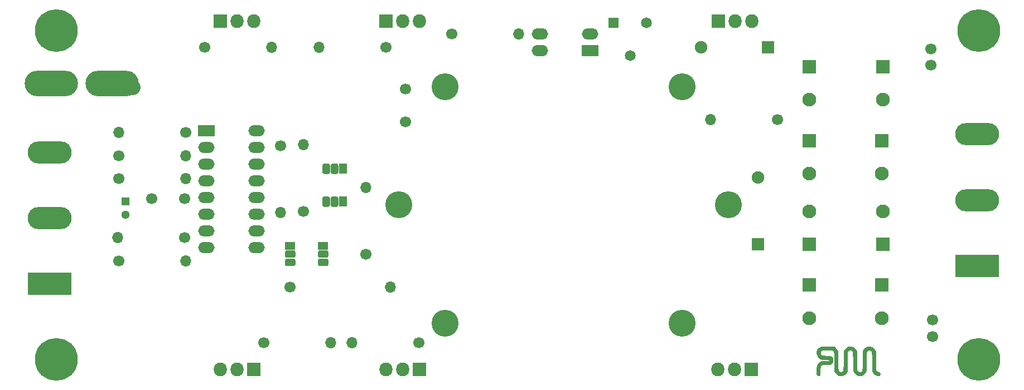
<source format=gbr>
%TF.GenerationSoftware,KiCad,Pcbnew,(5.1.6)-1*%
%TF.CreationDate,2020-12-26T12:13:23-05:00*%
%TF.ProjectId,fuente_smps_250w,6675656e-7465-45f7-936d-70735f323530,rev?*%
%TF.SameCoordinates,Original*%
%TF.FileFunction,Soldermask,Bot*%
%TF.FilePolarity,Negative*%
%FSLAX46Y46*%
G04 Gerber Fmt 4.6, Leading zero omitted, Abs format (unit mm)*
G04 Created by KiCad (PCBNEW (5.1.6)-1) date 2020-12-26 12:13:23*
%MOMM*%
%LPD*%
G01*
G04 APERTURE LIST*
%ADD10C,2.400000*%
%ADD11C,0.010000*%
%ADD12C,1.650000*%
%ADD13R,1.650000X1.650000*%
%ADD14O,2.500000X1.700000*%
%ADD15R,2.500000X1.700000*%
%ADD16O,1.700000X1.700000*%
%ADD17C,1.700000*%
%ADD18O,2.005000X2.100000*%
%ADD19R,2.005000X2.100000*%
%ADD20O,1.900000X1.900000*%
%ADD21R,1.900000X1.900000*%
%ADD22C,2.100000*%
%ADD23R,2.100000X2.100000*%
%ADD24C,1.300000*%
%ADD25R,1.300000X1.300000*%
%ADD26C,0.900000*%
%ADD27C,6.500000*%
%ADD28R,1.150000X1.600000*%
%ADD29R,1.600000X1.150000*%
%ADD30C,4.100000*%
%ADD31O,6.700000X3.400000*%
%ADD32R,6.700000X3.400000*%
%ADD33O,8.100000X3.900000*%
G04 APERTURE END LIST*
D10*
X81630000Y-78630000D02*
X81000000Y-78000000D01*
X81000000Y-78000000D02*
X78500000Y-78000000D01*
D11*
%TO.C,G\u002A\u002A\u002A*%
G36*
X186742493Y-118028455D02*
G01*
X186517608Y-118032416D01*
X186338603Y-118041026D01*
X186196675Y-118055927D01*
X186083021Y-118078763D01*
X185988840Y-118111176D01*
X185905327Y-118154809D01*
X185823680Y-118211305D01*
X185758011Y-118263405D01*
X185600031Y-118430554D01*
X185492832Y-118624409D01*
X185434996Y-118835516D01*
X185425103Y-119054425D01*
X185461734Y-119271684D01*
X185543470Y-119477841D01*
X185668890Y-119663445D01*
X185836577Y-119819043D01*
X186006552Y-119918500D01*
X186074375Y-119946982D01*
X186143351Y-119968323D01*
X186225222Y-119984102D01*
X186331729Y-119995896D01*
X186474616Y-120005284D01*
X186665624Y-120013844D01*
X186736124Y-120016565D01*
X186958181Y-120026169D01*
X187123463Y-120037157D01*
X187238693Y-120051389D01*
X187310594Y-120070725D01*
X187345888Y-120097025D01*
X187351299Y-120132150D01*
X187333550Y-120177960D01*
X187331742Y-120181376D01*
X187315461Y-120203904D01*
X187288123Y-120220635D01*
X187240544Y-120232714D01*
X187163544Y-120241289D01*
X187047942Y-120247504D01*
X186884555Y-120252505D01*
X186734227Y-120255954D01*
X186483287Y-120263990D01*
X186284942Y-120278276D01*
X186128350Y-120302220D01*
X186002668Y-120339228D01*
X185897056Y-120392708D01*
X185800671Y-120466065D01*
X185702671Y-120562706D01*
X185680035Y-120587193D01*
X185600981Y-120679035D01*
X185540097Y-120766692D01*
X185494938Y-120860350D01*
X185463058Y-120970196D01*
X185442012Y-121106416D01*
X185429354Y-121279195D01*
X185422640Y-121498721D01*
X185420327Y-121668984D01*
X185418876Y-121886455D01*
X185419843Y-122049779D01*
X185423861Y-122168287D01*
X185431564Y-122251308D01*
X185443586Y-122308170D01*
X185460558Y-122348203D01*
X185467178Y-122359042D01*
X185552207Y-122437889D01*
X185659843Y-122469160D01*
X185770686Y-122452897D01*
X185865335Y-122389144D01*
X185889434Y-122358110D01*
X185910067Y-122317739D01*
X185924300Y-122263155D01*
X185932967Y-122183760D01*
X185936900Y-122068956D01*
X185936931Y-121908145D01*
X185935268Y-121774837D01*
X185934556Y-121526886D01*
X185941704Y-121333672D01*
X185957907Y-121186783D01*
X185984362Y-121077808D01*
X186022265Y-120998335D01*
X186050941Y-120961376D01*
X186100712Y-120909082D01*
X186147253Y-120869865D01*
X186200521Y-120841555D01*
X186270469Y-120821985D01*
X186367055Y-120808987D01*
X186500233Y-120800394D01*
X186679959Y-120794037D01*
X186839080Y-120789750D01*
X187450752Y-120773875D01*
X187588314Y-120677215D01*
X187736087Y-120539535D01*
X187832431Y-120377899D01*
X187878756Y-120202707D01*
X187876478Y-120024359D01*
X187827007Y-119853254D01*
X187731758Y-119699791D01*
X187592144Y-119574370D01*
X187427450Y-119493277D01*
X187350804Y-119478656D01*
X187221054Y-119467210D01*
X187048541Y-119459558D01*
X186843610Y-119456317D01*
X186807830Y-119456250D01*
X186608790Y-119455302D01*
X186462005Y-119451747D01*
X186356246Y-119444518D01*
X186280286Y-119432548D01*
X186222897Y-119414769D01*
X186185505Y-119397096D01*
X186060103Y-119296053D01*
X185981571Y-119157039D01*
X185955925Y-118991137D01*
X185983317Y-118832918D01*
X186063137Y-118708100D01*
X186163913Y-118629352D01*
X186200432Y-118609776D01*
X186243246Y-118594800D01*
X186300871Y-118583814D01*
X186381828Y-118576208D01*
X186494633Y-118571371D01*
X186647806Y-118568693D01*
X186849865Y-118567564D01*
X187029145Y-118567368D01*
X187792914Y-118567250D01*
X187901364Y-118647262D01*
X187978032Y-118710947D01*
X188034021Y-118769955D01*
X188042470Y-118782199D01*
X188050970Y-118827991D01*
X188059095Y-118934194D01*
X188066745Y-119097716D01*
X188073821Y-119315471D01*
X188080226Y-119584367D01*
X188085858Y-119901316D01*
X188090621Y-120263228D01*
X188091000Y-120297625D01*
X188106875Y-121758125D01*
X188191025Y-121916875D01*
X188338418Y-122131372D01*
X188527543Y-122302636D01*
X188653891Y-122379224D01*
X188814232Y-122434306D01*
X189006512Y-122460115D01*
X189206577Y-122456451D01*
X189390274Y-122423111D01*
X189488000Y-122386154D01*
X189681744Y-122258493D01*
X189850622Y-122084471D01*
X189958873Y-121918704D01*
X190043625Y-121758125D01*
X190059500Y-120297625D01*
X190063276Y-119946722D01*
X190066784Y-119653620D01*
X190070742Y-119412624D01*
X190075870Y-119218042D01*
X190082886Y-119064182D01*
X190092508Y-118945350D01*
X190105456Y-118855853D01*
X190122448Y-118789999D01*
X190144202Y-118742096D01*
X190171437Y-118706449D01*
X190204872Y-118677367D01*
X190245226Y-118649157D01*
X190269681Y-118632601D01*
X190347112Y-118588719D01*
X190426734Y-118570691D01*
X190536756Y-118572699D01*
X190553598Y-118574031D01*
X190670863Y-118590593D01*
X190753089Y-118624193D01*
X190828519Y-118686577D01*
X190831621Y-118689664D01*
X190932625Y-118790617D01*
X190949792Y-120242621D01*
X190953995Y-120586177D01*
X190957955Y-120872239D01*
X190961973Y-121106813D01*
X190966350Y-121295901D01*
X190971386Y-121445510D01*
X190977384Y-121561642D01*
X190984644Y-121650302D01*
X190993467Y-121717494D01*
X191004154Y-121769224D01*
X191017007Y-121811494D01*
X191030146Y-121845156D01*
X191151828Y-122058443D01*
X191319909Y-122240992D01*
X191491349Y-122361632D01*
X191581907Y-122408259D01*
X191661090Y-122436597D01*
X191750318Y-122451095D01*
X191871009Y-122456202D01*
X191948625Y-122456625D01*
X192092845Y-122454492D01*
X192194991Y-122445150D01*
X192276431Y-122424184D01*
X192358530Y-122387180D01*
X192404410Y-122362445D01*
X192588482Y-122232625D01*
X192743694Y-122068743D01*
X192854646Y-121887846D01*
X192873021Y-121843676D01*
X192886490Y-121802210D01*
X192897860Y-121751575D01*
X192907404Y-121685840D01*
X192915396Y-121599073D01*
X192922111Y-121485341D01*
X192927822Y-121338713D01*
X192932804Y-121153257D01*
X192937330Y-120923041D01*
X192941675Y-120642132D01*
X192946111Y-120304600D01*
X192946843Y-120245339D01*
X192951132Y-119903884D01*
X192955066Y-119620235D01*
X192958950Y-119388702D01*
X192963087Y-119203595D01*
X192967783Y-119059224D01*
X192973340Y-118949898D01*
X192980063Y-118869927D01*
X192988257Y-118813622D01*
X192998225Y-118775291D01*
X193010271Y-118749245D01*
X193024700Y-118729793D01*
X193028051Y-118726026D01*
X193157612Y-118625161D01*
X193307673Y-118574844D01*
X193463828Y-118574203D01*
X193611669Y-118622363D01*
X193736793Y-118718452D01*
X193778173Y-118771487D01*
X193788980Y-118799177D01*
X193798287Y-118850645D01*
X193806287Y-118930849D01*
X193813175Y-119044747D01*
X193819145Y-119197297D01*
X193824388Y-119393458D01*
X193829100Y-119638188D01*
X193833474Y-119936445D01*
X193837702Y-120293187D01*
X193837750Y-120297625D01*
X193841546Y-120640243D01*
X193845032Y-120925312D01*
X193848531Y-121158779D01*
X193852367Y-121346593D01*
X193856862Y-121494702D01*
X193862341Y-121609051D01*
X193869126Y-121695591D01*
X193877541Y-121760268D01*
X193887909Y-121809030D01*
X193900553Y-121847824D01*
X193915797Y-121882599D01*
X193924906Y-121901164D01*
X194058386Y-122105201D01*
X194231743Y-122270964D01*
X194434248Y-122390933D01*
X194655169Y-122457590D01*
X194732016Y-122466733D01*
X194840438Y-122470992D01*
X194909569Y-122460008D01*
X194962967Y-122427629D01*
X194994413Y-122398224D01*
X195063546Y-122293014D01*
X195076451Y-122183297D01*
X195038200Y-122081129D01*
X194953869Y-121998561D01*
X194828531Y-121947648D01*
X194802741Y-121942888D01*
X194621908Y-121892121D01*
X194491631Y-121803665D01*
X194449237Y-121751000D01*
X194435924Y-121726185D01*
X194424732Y-121692047D01*
X194415394Y-121642883D01*
X194407643Y-121572990D01*
X194401212Y-121476664D01*
X194395835Y-121348203D01*
X194391242Y-121181904D01*
X194387168Y-120972064D01*
X194383346Y-120712981D01*
X194379507Y-120398950D01*
X194377500Y-120219723D01*
X194373659Y-119878430D01*
X194370089Y-119594623D01*
X194366473Y-119362291D01*
X194362492Y-119175421D01*
X194357829Y-119028002D01*
X194352163Y-118914023D01*
X194345177Y-118827471D01*
X194336552Y-118762337D01*
X194325970Y-118712607D01*
X194313112Y-118672271D01*
X194297660Y-118635317D01*
X194293017Y-118625172D01*
X194160307Y-118407785D01*
X193986930Y-118235523D01*
X193779481Y-118113039D01*
X193544559Y-118044988D01*
X193456296Y-118034837D01*
X193208326Y-118047316D01*
X192977641Y-118118022D01*
X192772758Y-118242384D01*
X192602196Y-118415830D01*
X192523262Y-118535500D01*
X192424875Y-118710125D01*
X192409000Y-120170625D01*
X192404423Y-120545385D01*
X192399426Y-120860335D01*
X192393876Y-121119165D01*
X192387643Y-121325564D01*
X192380592Y-121483222D01*
X192372593Y-121595827D01*
X192363511Y-121667069D01*
X192354154Y-121699137D01*
X192304519Y-121763675D01*
X192230825Y-121837616D01*
X192212797Y-121853302D01*
X192145838Y-121902808D01*
X192081713Y-121926226D01*
X191994763Y-121930092D01*
X191926766Y-121926169D01*
X191761819Y-121893538D01*
X191636875Y-121817911D01*
X191540898Y-121694625D01*
X191530876Y-121652811D01*
X191521892Y-121562299D01*
X191513863Y-121420742D01*
X191506709Y-121225796D01*
X191500349Y-120975114D01*
X191494701Y-120666350D01*
X191489684Y-120297159D01*
X191488250Y-120170625D01*
X191484448Y-119827926D01*
X191480948Y-119542824D01*
X191477433Y-119309418D01*
X191473586Y-119121806D01*
X191469090Y-118974088D01*
X191463627Y-118860363D01*
X191456879Y-118774731D01*
X191448531Y-118711291D01*
X191438263Y-118664141D01*
X191425759Y-118627382D01*
X191410702Y-118595113D01*
X191402709Y-118579923D01*
X191260428Y-118373210D01*
X191086643Y-118215304D01*
X190889829Y-118105983D01*
X190678465Y-118045026D01*
X190461028Y-118032212D01*
X190245995Y-118067320D01*
X190041844Y-118150128D01*
X189857052Y-118280416D01*
X189700097Y-118457962D01*
X189603486Y-118626863D01*
X189587443Y-118663695D01*
X189574051Y-118702618D01*
X189562994Y-118749642D01*
X189553955Y-118810777D01*
X189546618Y-118892031D01*
X189540666Y-118999415D01*
X189535784Y-119138938D01*
X189531656Y-119316609D01*
X189527965Y-119538438D01*
X189524394Y-119810434D01*
X189520629Y-120138608D01*
X189519750Y-120218250D01*
X189515356Y-120580438D01*
X189510696Y-120883720D01*
X189505596Y-121132689D01*
X189499884Y-121331939D01*
X189493383Y-121486062D01*
X189485920Y-121599653D01*
X189477321Y-121677305D01*
X189467411Y-121723611D01*
X189462162Y-121736011D01*
X189369092Y-121839799D01*
X189240169Y-121906101D01*
X189092986Y-121931716D01*
X188945139Y-121913444D01*
X188820387Y-121852737D01*
X188743719Y-121789052D01*
X188687730Y-121730044D01*
X188679281Y-121717800D01*
X188670748Y-121671966D01*
X188662590Y-121565782D01*
X188654909Y-121402400D01*
X188647807Y-121184970D01*
X188641385Y-120916643D01*
X188635745Y-120600567D01*
X188630991Y-120239895D01*
X188630750Y-120218250D01*
X188626956Y-119877940D01*
X188623499Y-119595057D01*
X188620035Y-119363532D01*
X188616219Y-119177296D01*
X188611706Y-119030280D01*
X188606152Y-118916415D01*
X188599213Y-118829631D01*
X188590544Y-118763860D01*
X188579801Y-118713032D01*
X188566639Y-118671078D01*
X188550713Y-118631929D01*
X188539253Y-118606298D01*
X188446358Y-118453670D01*
X188314710Y-118305464D01*
X188162718Y-118178912D01*
X188008792Y-118091244D01*
X187975347Y-118078493D01*
X187915891Y-118062007D01*
X187840790Y-118049335D01*
X187741680Y-118040032D01*
X187610199Y-118033649D01*
X187437983Y-118029738D01*
X187216669Y-118027853D01*
X187022060Y-118027499D01*
X186742493Y-118028455D01*
G37*
X186742493Y-118028455D02*
X186517608Y-118032416D01*
X186338603Y-118041026D01*
X186196675Y-118055927D01*
X186083021Y-118078763D01*
X185988840Y-118111176D01*
X185905327Y-118154809D01*
X185823680Y-118211305D01*
X185758011Y-118263405D01*
X185600031Y-118430554D01*
X185492832Y-118624409D01*
X185434996Y-118835516D01*
X185425103Y-119054425D01*
X185461734Y-119271684D01*
X185543470Y-119477841D01*
X185668890Y-119663445D01*
X185836577Y-119819043D01*
X186006552Y-119918500D01*
X186074375Y-119946982D01*
X186143351Y-119968323D01*
X186225222Y-119984102D01*
X186331729Y-119995896D01*
X186474616Y-120005284D01*
X186665624Y-120013844D01*
X186736124Y-120016565D01*
X186958181Y-120026169D01*
X187123463Y-120037157D01*
X187238693Y-120051389D01*
X187310594Y-120070725D01*
X187345888Y-120097025D01*
X187351299Y-120132150D01*
X187333550Y-120177960D01*
X187331742Y-120181376D01*
X187315461Y-120203904D01*
X187288123Y-120220635D01*
X187240544Y-120232714D01*
X187163544Y-120241289D01*
X187047942Y-120247504D01*
X186884555Y-120252505D01*
X186734227Y-120255954D01*
X186483287Y-120263990D01*
X186284942Y-120278276D01*
X186128350Y-120302220D01*
X186002668Y-120339228D01*
X185897056Y-120392708D01*
X185800671Y-120466065D01*
X185702671Y-120562706D01*
X185680035Y-120587193D01*
X185600981Y-120679035D01*
X185540097Y-120766692D01*
X185494938Y-120860350D01*
X185463058Y-120970196D01*
X185442012Y-121106416D01*
X185429354Y-121279195D01*
X185422640Y-121498721D01*
X185420327Y-121668984D01*
X185418876Y-121886455D01*
X185419843Y-122049779D01*
X185423861Y-122168287D01*
X185431564Y-122251308D01*
X185443586Y-122308170D01*
X185460558Y-122348203D01*
X185467178Y-122359042D01*
X185552207Y-122437889D01*
X185659843Y-122469160D01*
X185770686Y-122452897D01*
X185865335Y-122389144D01*
X185889434Y-122358110D01*
X185910067Y-122317739D01*
X185924300Y-122263155D01*
X185932967Y-122183760D01*
X185936900Y-122068956D01*
X185936931Y-121908145D01*
X185935268Y-121774837D01*
X185934556Y-121526886D01*
X185941704Y-121333672D01*
X185957907Y-121186783D01*
X185984362Y-121077808D01*
X186022265Y-120998335D01*
X186050941Y-120961376D01*
X186100712Y-120909082D01*
X186147253Y-120869865D01*
X186200521Y-120841555D01*
X186270469Y-120821985D01*
X186367055Y-120808987D01*
X186500233Y-120800394D01*
X186679959Y-120794037D01*
X186839080Y-120789750D01*
X187450752Y-120773875D01*
X187588314Y-120677215D01*
X187736087Y-120539535D01*
X187832431Y-120377899D01*
X187878756Y-120202707D01*
X187876478Y-120024359D01*
X187827007Y-119853254D01*
X187731758Y-119699791D01*
X187592144Y-119574370D01*
X187427450Y-119493277D01*
X187350804Y-119478656D01*
X187221054Y-119467210D01*
X187048541Y-119459558D01*
X186843610Y-119456317D01*
X186807830Y-119456250D01*
X186608790Y-119455302D01*
X186462005Y-119451747D01*
X186356246Y-119444518D01*
X186280286Y-119432548D01*
X186222897Y-119414769D01*
X186185505Y-119397096D01*
X186060103Y-119296053D01*
X185981571Y-119157039D01*
X185955925Y-118991137D01*
X185983317Y-118832918D01*
X186063137Y-118708100D01*
X186163913Y-118629352D01*
X186200432Y-118609776D01*
X186243246Y-118594800D01*
X186300871Y-118583814D01*
X186381828Y-118576208D01*
X186494633Y-118571371D01*
X186647806Y-118568693D01*
X186849865Y-118567564D01*
X187029145Y-118567368D01*
X187792914Y-118567250D01*
X187901364Y-118647262D01*
X187978032Y-118710947D01*
X188034021Y-118769955D01*
X188042470Y-118782199D01*
X188050970Y-118827991D01*
X188059095Y-118934194D01*
X188066745Y-119097716D01*
X188073821Y-119315471D01*
X188080226Y-119584367D01*
X188085858Y-119901316D01*
X188090621Y-120263228D01*
X188091000Y-120297625D01*
X188106875Y-121758125D01*
X188191025Y-121916875D01*
X188338418Y-122131372D01*
X188527543Y-122302636D01*
X188653891Y-122379224D01*
X188814232Y-122434306D01*
X189006512Y-122460115D01*
X189206577Y-122456451D01*
X189390274Y-122423111D01*
X189488000Y-122386154D01*
X189681744Y-122258493D01*
X189850622Y-122084471D01*
X189958873Y-121918704D01*
X190043625Y-121758125D01*
X190059500Y-120297625D01*
X190063276Y-119946722D01*
X190066784Y-119653620D01*
X190070742Y-119412624D01*
X190075870Y-119218042D01*
X190082886Y-119064182D01*
X190092508Y-118945350D01*
X190105456Y-118855853D01*
X190122448Y-118789999D01*
X190144202Y-118742096D01*
X190171437Y-118706449D01*
X190204872Y-118677367D01*
X190245226Y-118649157D01*
X190269681Y-118632601D01*
X190347112Y-118588719D01*
X190426734Y-118570691D01*
X190536756Y-118572699D01*
X190553598Y-118574031D01*
X190670863Y-118590593D01*
X190753089Y-118624193D01*
X190828519Y-118686577D01*
X190831621Y-118689664D01*
X190932625Y-118790617D01*
X190949792Y-120242621D01*
X190953995Y-120586177D01*
X190957955Y-120872239D01*
X190961973Y-121106813D01*
X190966350Y-121295901D01*
X190971386Y-121445510D01*
X190977384Y-121561642D01*
X190984644Y-121650302D01*
X190993467Y-121717494D01*
X191004154Y-121769224D01*
X191017007Y-121811494D01*
X191030146Y-121845156D01*
X191151828Y-122058443D01*
X191319909Y-122240992D01*
X191491349Y-122361632D01*
X191581907Y-122408259D01*
X191661090Y-122436597D01*
X191750318Y-122451095D01*
X191871009Y-122456202D01*
X191948625Y-122456625D01*
X192092845Y-122454492D01*
X192194991Y-122445150D01*
X192276431Y-122424184D01*
X192358530Y-122387180D01*
X192404410Y-122362445D01*
X192588482Y-122232625D01*
X192743694Y-122068743D01*
X192854646Y-121887846D01*
X192873021Y-121843676D01*
X192886490Y-121802210D01*
X192897860Y-121751575D01*
X192907404Y-121685840D01*
X192915396Y-121599073D01*
X192922111Y-121485341D01*
X192927822Y-121338713D01*
X192932804Y-121153257D01*
X192937330Y-120923041D01*
X192941675Y-120642132D01*
X192946111Y-120304600D01*
X192946843Y-120245339D01*
X192951132Y-119903884D01*
X192955066Y-119620235D01*
X192958950Y-119388702D01*
X192963087Y-119203595D01*
X192967783Y-119059224D01*
X192973340Y-118949898D01*
X192980063Y-118869927D01*
X192988257Y-118813622D01*
X192998225Y-118775291D01*
X193010271Y-118749245D01*
X193024700Y-118729793D01*
X193028051Y-118726026D01*
X193157612Y-118625161D01*
X193307673Y-118574844D01*
X193463828Y-118574203D01*
X193611669Y-118622363D01*
X193736793Y-118718452D01*
X193778173Y-118771487D01*
X193788980Y-118799177D01*
X193798287Y-118850645D01*
X193806287Y-118930849D01*
X193813175Y-119044747D01*
X193819145Y-119197297D01*
X193824388Y-119393458D01*
X193829100Y-119638188D01*
X193833474Y-119936445D01*
X193837702Y-120293187D01*
X193837750Y-120297625D01*
X193841546Y-120640243D01*
X193845032Y-120925312D01*
X193848531Y-121158779D01*
X193852367Y-121346593D01*
X193856862Y-121494702D01*
X193862341Y-121609051D01*
X193869126Y-121695591D01*
X193877541Y-121760268D01*
X193887909Y-121809030D01*
X193900553Y-121847824D01*
X193915797Y-121882599D01*
X193924906Y-121901164D01*
X194058386Y-122105201D01*
X194231743Y-122270964D01*
X194434248Y-122390933D01*
X194655169Y-122457590D01*
X194732016Y-122466733D01*
X194840438Y-122470992D01*
X194909569Y-122460008D01*
X194962967Y-122427629D01*
X194994413Y-122398224D01*
X195063546Y-122293014D01*
X195076451Y-122183297D01*
X195038200Y-122081129D01*
X194953869Y-121998561D01*
X194828531Y-121947648D01*
X194802741Y-121942888D01*
X194621908Y-121892121D01*
X194491631Y-121803665D01*
X194449237Y-121751000D01*
X194435924Y-121726185D01*
X194424732Y-121692047D01*
X194415394Y-121642883D01*
X194407643Y-121572990D01*
X194401212Y-121476664D01*
X194395835Y-121348203D01*
X194391242Y-121181904D01*
X194387168Y-120972064D01*
X194383346Y-120712981D01*
X194379507Y-120398950D01*
X194377500Y-120219723D01*
X194373659Y-119878430D01*
X194370089Y-119594623D01*
X194366473Y-119362291D01*
X194362492Y-119175421D01*
X194357829Y-119028002D01*
X194352163Y-118914023D01*
X194345177Y-118827471D01*
X194336552Y-118762337D01*
X194325970Y-118712607D01*
X194313112Y-118672271D01*
X194297660Y-118635317D01*
X194293017Y-118625172D01*
X194160307Y-118407785D01*
X193986930Y-118235523D01*
X193779481Y-118113039D01*
X193544559Y-118044988D01*
X193456296Y-118034837D01*
X193208326Y-118047316D01*
X192977641Y-118118022D01*
X192772758Y-118242384D01*
X192602196Y-118415830D01*
X192523262Y-118535500D01*
X192424875Y-118710125D01*
X192409000Y-120170625D01*
X192404423Y-120545385D01*
X192399426Y-120860335D01*
X192393876Y-121119165D01*
X192387643Y-121325564D01*
X192380592Y-121483222D01*
X192372593Y-121595827D01*
X192363511Y-121667069D01*
X192354154Y-121699137D01*
X192304519Y-121763675D01*
X192230825Y-121837616D01*
X192212797Y-121853302D01*
X192145838Y-121902808D01*
X192081713Y-121926226D01*
X191994763Y-121930092D01*
X191926766Y-121926169D01*
X191761819Y-121893538D01*
X191636875Y-121817911D01*
X191540898Y-121694625D01*
X191530876Y-121652811D01*
X191521892Y-121562299D01*
X191513863Y-121420742D01*
X191506709Y-121225796D01*
X191500349Y-120975114D01*
X191494701Y-120666350D01*
X191489684Y-120297159D01*
X191488250Y-120170625D01*
X191484448Y-119827926D01*
X191480948Y-119542824D01*
X191477433Y-119309418D01*
X191473586Y-119121806D01*
X191469090Y-118974088D01*
X191463627Y-118860363D01*
X191456879Y-118774731D01*
X191448531Y-118711291D01*
X191438263Y-118664141D01*
X191425759Y-118627382D01*
X191410702Y-118595113D01*
X191402709Y-118579923D01*
X191260428Y-118373210D01*
X191086643Y-118215304D01*
X190889829Y-118105983D01*
X190678465Y-118045026D01*
X190461028Y-118032212D01*
X190245995Y-118067320D01*
X190041844Y-118150128D01*
X189857052Y-118280416D01*
X189700097Y-118457962D01*
X189603486Y-118626863D01*
X189587443Y-118663695D01*
X189574051Y-118702618D01*
X189562994Y-118749642D01*
X189553955Y-118810777D01*
X189546618Y-118892031D01*
X189540666Y-118999415D01*
X189535784Y-119138938D01*
X189531656Y-119316609D01*
X189527965Y-119538438D01*
X189524394Y-119810434D01*
X189520629Y-120138608D01*
X189519750Y-120218250D01*
X189515356Y-120580438D01*
X189510696Y-120883720D01*
X189505596Y-121132689D01*
X189499884Y-121331939D01*
X189493383Y-121486062D01*
X189485920Y-121599653D01*
X189477321Y-121677305D01*
X189467411Y-121723611D01*
X189462162Y-121736011D01*
X189369092Y-121839799D01*
X189240169Y-121906101D01*
X189092986Y-121931716D01*
X188945139Y-121913444D01*
X188820387Y-121852737D01*
X188743719Y-121789052D01*
X188687730Y-121730044D01*
X188679281Y-121717800D01*
X188670748Y-121671966D01*
X188662590Y-121565782D01*
X188654909Y-121402400D01*
X188647807Y-121184970D01*
X188641385Y-120916643D01*
X188635745Y-120600567D01*
X188630991Y-120239895D01*
X188630750Y-120218250D01*
X188626956Y-119877940D01*
X188623499Y-119595057D01*
X188620035Y-119363532D01*
X188616219Y-119177296D01*
X188611706Y-119030280D01*
X188606152Y-118916415D01*
X188599213Y-118829631D01*
X188590544Y-118763860D01*
X188579801Y-118713032D01*
X188566639Y-118671078D01*
X188550713Y-118631929D01*
X188539253Y-118606298D01*
X188446358Y-118453670D01*
X188314710Y-118305464D01*
X188162718Y-118178912D01*
X188008792Y-118091244D01*
X187975347Y-118078493D01*
X187915891Y-118062007D01*
X187840790Y-118049335D01*
X187741680Y-118040032D01*
X187610199Y-118033649D01*
X187437983Y-118029738D01*
X187216669Y-118027853D01*
X187022060Y-118027499D01*
X186742493Y-118028455D01*
%TD*%
D12*
%TO.C,RV1*%
X157100000Y-73800000D03*
D13*
X154600000Y-68800000D03*
D12*
X159600000Y-68800000D03*
%TD*%
D14*
%TO.C,U1*%
X143430000Y-73040000D03*
X151050000Y-70500000D03*
X143430000Y-70500000D03*
D15*
X151050000Y-73040000D03*
%TD*%
D16*
%TO.C,R15*%
X120740000Y-109000000D03*
D17*
X105500000Y-109000000D03*
%TD*%
D16*
%TO.C,R12*%
X111660000Y-117500000D03*
D17*
X101500000Y-117500000D03*
%TD*%
D14*
%TO.C,IC1*%
X100360000Y-85180000D03*
X92740000Y-102960000D03*
X100360000Y-87720000D03*
X92740000Y-100420000D03*
X100360000Y-90260000D03*
X92740000Y-97880000D03*
X100360000Y-92800000D03*
X92740000Y-95340000D03*
X100360000Y-95340000D03*
X92740000Y-92800000D03*
X100360000Y-97880000D03*
X92740000Y-90260000D03*
X100360000Y-100420000D03*
X92740000Y-87720000D03*
X100360000Y-102960000D03*
D15*
X92740000Y-85180000D03*
%TD*%
D18*
%TO.C,D4*%
X170420000Y-121500000D03*
X172960000Y-121500000D03*
D19*
X175500000Y-121500000D03*
%TD*%
D18*
%TO.C,D3*%
X175580000Y-68500000D03*
X173040000Y-68500000D03*
D19*
X170500000Y-68500000D03*
%TD*%
D20*
%TO.C,D2*%
X176500000Y-92340000D03*
D21*
X176500000Y-102500000D03*
%TD*%
D20*
%TO.C,D1*%
X167840000Y-72500000D03*
D21*
X178000000Y-72500000D03*
%TD*%
D17*
%TO.C,C13*%
X202750000Y-75250000D03*
X202750000Y-72750000D03*
%TD*%
D22*
%TO.C,C6*%
X184300000Y-97500000D03*
D23*
X184300000Y-102500000D03*
%TD*%
D22*
%TO.C,C5*%
X195500000Y-80500000D03*
D23*
X195500000Y-75500000D03*
%TD*%
D22*
%TO.C,C4*%
X195500000Y-97500000D03*
D23*
X195500000Y-102500000D03*
%TD*%
D17*
%TO.C,C3*%
X123000000Y-78820000D03*
X123000000Y-83820000D03*
%TD*%
%TO.C,C2*%
X84500000Y-95500000D03*
X89500000Y-95500000D03*
%TD*%
D24*
%TO.C,C1*%
X80500000Y-98000000D03*
D25*
X80500000Y-96000000D03*
%TD*%
D26*
%TO.C,H4*%
X211697056Y-118302944D03*
X210000000Y-117600000D03*
X208302944Y-118302944D03*
X207600000Y-120000000D03*
X208302944Y-121697056D03*
X210000000Y-122400000D03*
X211697056Y-121697056D03*
X212400000Y-120000000D03*
D27*
X210000000Y-120000000D03*
%TD*%
D26*
%TO.C,H3*%
X211697056Y-68302944D03*
X210000000Y-67600000D03*
X208302944Y-68302944D03*
X207600000Y-70000000D03*
X208302944Y-71697056D03*
X210000000Y-72400000D03*
X211697056Y-71697056D03*
X212400000Y-70000000D03*
D27*
X210000000Y-70000000D03*
%TD*%
D26*
%TO.C,H2*%
X71697056Y-68302944D03*
X70000000Y-67600000D03*
X68302944Y-68302944D03*
X67600000Y-70000000D03*
X68302944Y-71697056D03*
X70000000Y-72400000D03*
X71697056Y-71697056D03*
X72400000Y-70000000D03*
D27*
X70000000Y-70000000D03*
%TD*%
D26*
%TO.C,H1*%
X71697056Y-118302944D03*
X70000000Y-117600000D03*
X68302944Y-118302944D03*
X67600000Y-120000000D03*
X68302944Y-121697056D03*
X70000000Y-122400000D03*
X71697056Y-121697056D03*
X72400000Y-120000000D03*
D27*
X70000000Y-120000000D03*
%TD*%
D16*
%TO.C,R14*%
X102660000Y-72500000D03*
D17*
X92500000Y-72500000D03*
%TD*%
D16*
%TO.C,R13*%
X109840000Y-72500000D03*
D17*
X120000000Y-72500000D03*
%TD*%
D28*
%TO.C,Q4*%
X113500000Y-91000000D03*
G36*
G01*
X111535000Y-90487500D02*
X111535000Y-91512500D01*
G75*
G02*
X111247500Y-91800000I-287500J0D01*
G01*
X110672500Y-91800000D01*
G75*
G02*
X110385000Y-91512500I0J287500D01*
G01*
X110385000Y-90487500D01*
G75*
G02*
X110672500Y-90200000I287500J0D01*
G01*
X111247500Y-90200000D01*
G75*
G02*
X111535000Y-90487500I0J-287500D01*
G01*
G37*
G36*
G01*
X112805000Y-90487500D02*
X112805000Y-91512500D01*
G75*
G02*
X112517500Y-91800000I-287500J0D01*
G01*
X111942500Y-91800000D01*
G75*
G02*
X111655000Y-91512500I0J287500D01*
G01*
X111655000Y-90487500D01*
G75*
G02*
X111942500Y-90200000I287500J0D01*
G01*
X112517500Y-90200000D01*
G75*
G02*
X112805000Y-90487500I0J-287500D01*
G01*
G37*
%TD*%
%TO.C,Q3*%
X113500000Y-96000000D03*
G36*
G01*
X111535000Y-95487500D02*
X111535000Y-96512500D01*
G75*
G02*
X111247500Y-96800000I-287500J0D01*
G01*
X110672500Y-96800000D01*
G75*
G02*
X110385000Y-96512500I0J287500D01*
G01*
X110385000Y-95487500D01*
G75*
G02*
X110672500Y-95200000I287500J0D01*
G01*
X111247500Y-95200000D01*
G75*
G02*
X111535000Y-95487500I0J-287500D01*
G01*
G37*
G36*
G01*
X112805000Y-95487500D02*
X112805000Y-96512500D01*
G75*
G02*
X112517500Y-96800000I-287500J0D01*
G01*
X111942500Y-96800000D01*
G75*
G02*
X111655000Y-96512500I0J287500D01*
G01*
X111655000Y-95487500D01*
G75*
G02*
X111942500Y-95200000I287500J0D01*
G01*
X112517500Y-95200000D01*
G75*
G02*
X112805000Y-95487500I0J-287500D01*
G01*
G37*
%TD*%
D29*
%TO.C,Q2*%
X110500000Y-102700000D03*
G36*
G01*
X109987500Y-104665000D02*
X111012500Y-104665000D01*
G75*
G02*
X111300000Y-104952500I0J-287500D01*
G01*
X111300000Y-105527500D01*
G75*
G02*
X111012500Y-105815000I-287500J0D01*
G01*
X109987500Y-105815000D01*
G75*
G02*
X109700000Y-105527500I0J287500D01*
G01*
X109700000Y-104952500D01*
G75*
G02*
X109987500Y-104665000I287500J0D01*
G01*
G37*
G36*
G01*
X109987500Y-103395000D02*
X111012500Y-103395000D01*
G75*
G02*
X111300000Y-103682500I0J-287500D01*
G01*
X111300000Y-104257500D01*
G75*
G02*
X111012500Y-104545000I-287500J0D01*
G01*
X109987500Y-104545000D01*
G75*
G02*
X109700000Y-104257500I0J287500D01*
G01*
X109700000Y-103682500D01*
G75*
G02*
X109987500Y-103395000I287500J0D01*
G01*
G37*
%TD*%
%TO.C,Q1*%
X105500000Y-102700000D03*
G36*
G01*
X104987500Y-104665000D02*
X106012500Y-104665000D01*
G75*
G02*
X106300000Y-104952500I0J-287500D01*
G01*
X106300000Y-105527500D01*
G75*
G02*
X106012500Y-105815000I-287500J0D01*
G01*
X104987500Y-105815000D01*
G75*
G02*
X104700000Y-105527500I0J287500D01*
G01*
X104700000Y-104952500D01*
G75*
G02*
X104987500Y-104665000I287500J0D01*
G01*
G37*
G36*
G01*
X104987500Y-103395000D02*
X106012500Y-103395000D01*
G75*
G02*
X106300000Y-103682500I0J-287500D01*
G01*
X106300000Y-104257500D01*
G75*
G02*
X106012500Y-104545000I-287500J0D01*
G01*
X104987500Y-104545000D01*
G75*
G02*
X104700000Y-104257500I0J287500D01*
G01*
X104700000Y-103682500D01*
G75*
G02*
X104987500Y-103395000I287500J0D01*
G01*
G37*
%TD*%
D30*
%TO.C,TR1*%
X165000000Y-78500000D03*
X172000000Y-96500000D03*
X165000000Y-114500000D03*
X129000000Y-114500000D03*
X122000000Y-96500000D03*
X129000000Y-78500000D03*
%TD*%
D16*
%TO.C,R11*%
X114840000Y-117500000D03*
D17*
X125000000Y-117500000D03*
%TD*%
D16*
%TO.C,R10*%
X107500000Y-87340000D03*
D17*
X107500000Y-97500000D03*
%TD*%
D16*
%TO.C,R9*%
X117000000Y-93840000D03*
D17*
X117000000Y-104000000D03*
%TD*%
D16*
%TO.C,R8*%
X104000000Y-97660000D03*
D17*
X104000000Y-87500000D03*
%TD*%
D16*
%TO.C,R7*%
X79340000Y-101500000D03*
D17*
X89500000Y-101500000D03*
%TD*%
D16*
%TO.C,R6*%
X89660000Y-89000000D03*
D17*
X79500000Y-89000000D03*
%TD*%
D16*
%TO.C,R5*%
X79500000Y-85500000D03*
D17*
X89660000Y-85500000D03*
%TD*%
D16*
%TO.C,R4*%
X89660000Y-105000000D03*
D17*
X79500000Y-105000000D03*
%TD*%
D16*
%TO.C,R3*%
X89660000Y-92500000D03*
D17*
X79500000Y-92500000D03*
%TD*%
D16*
%TO.C,R2*%
X169340000Y-83500000D03*
D17*
X179500000Y-83500000D03*
%TD*%
D16*
%TO.C,R1*%
X140160000Y-70500000D03*
D17*
X130000000Y-70500000D03*
%TD*%
D18*
%TO.C,Q8*%
X100000000Y-68500000D03*
X97460000Y-68500000D03*
D19*
X94920000Y-68500000D03*
%TD*%
D18*
%TO.C,Q7*%
X120000000Y-121500000D03*
X122540000Y-121500000D03*
D19*
X125080000Y-121500000D03*
%TD*%
D18*
%TO.C,Q6*%
X125080000Y-68500000D03*
X122540000Y-68500000D03*
D19*
X120000000Y-68500000D03*
%TD*%
D18*
%TO.C,Q5*%
X94920000Y-121500000D03*
X97460000Y-121500000D03*
D19*
X100000000Y-121500000D03*
%TD*%
D31*
%TO.C,J2*%
X209750000Y-85750000D03*
X209750000Y-95750000D03*
D32*
X209750000Y-105750000D03*
%TD*%
D31*
%TO.C,J1*%
X69000000Y-88500000D03*
X69000000Y-98500000D03*
D32*
X69000000Y-108500000D03*
%TD*%
D33*
%TO.C,F1*%
X69200000Y-78000000D03*
X78500000Y-78000000D03*
%TD*%
D17*
%TO.C,C12*%
X203000000Y-116500000D03*
X203000000Y-114000000D03*
%TD*%
D22*
%TO.C,C11*%
X184300000Y-80500000D03*
D23*
X184300000Y-75500000D03*
%TD*%
D22*
%TO.C,C10*%
X184300000Y-113700000D03*
D23*
X184300000Y-108700000D03*
%TD*%
D22*
%TO.C,C9*%
X184300000Y-91700000D03*
D23*
X184300000Y-86700000D03*
%TD*%
D22*
%TO.C,C8*%
X195300000Y-113700000D03*
D23*
X195300000Y-108700000D03*
%TD*%
D22*
%TO.C,C7*%
X195300000Y-91700000D03*
D23*
X195300000Y-86700000D03*
%TD*%
M02*

</source>
